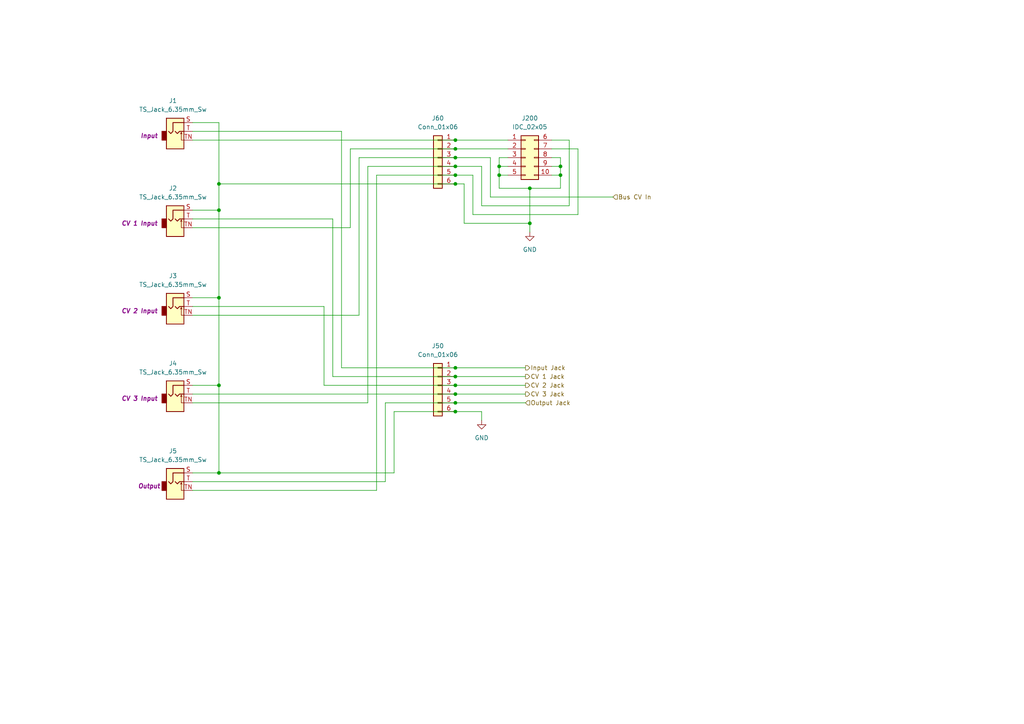
<source format=kicad_sch>
(kicad_sch (version 20231120) (generator "eeschema") (generator_version "8.0")
  (paper "A4")
  (title_block (company "DMH Instruments") (comment 1 "PCB for 10cm Kosmo format synthesizer module"))
  (lib_symbols
    (symbol "Connector_Generic:Conn_01x06" (pin_names (offset 1.016) hide)
      (property "Reference" "J" (at 0 7.62 0))
      (property "Value" "Conn_01x06" (at 0 -10.16 0))
      (symbol "Conn_01x06_1_1"
        (rectangle (start -1.27 -7.493) (end 0 -7.747) (stroke (width 0.1524)))
        (rectangle (start -1.27 -4.953) (end 0 -5.207) (stroke (width 0.1524)))
        (rectangle (start -1.27 -2.413) (end 0 -2.667) (stroke (width 0.1524)))
        (rectangle (start -1.27 0.127) (end 0 -0.127) (stroke (width 0.1524)))
        (rectangle (start -1.27 2.667) (end 0 2.413) (stroke (width 0.1524)))
        (rectangle (start -1.27 5.207) (end 0 4.953) (stroke (width 0.1524)))
        (rectangle (start -1.27 6.35) (end 1.27 -8.89) (stroke (width 0.254)) (fill (type background)))
        (pin passive line (at -5.08 5.08 0) (length 3.81) (name "Pin_1") (number "1"))
        (pin passive line (at -5.08 2.54 0) (length 3.81) (name "Pin_2") (number "2"))
        (pin passive line (at -5.08 0 0) (length 3.81) (name "Pin_3") (number "3"))
        (pin passive line (at -5.08 -2.54 0) (length 3.81) (name "Pin_4") (number "4"))
        (pin passive line (at -5.08 -5.08 0) (length 3.81) (name "Pin_5") (number "5"))
        (pin passive line (at -5.08 -7.62 0) (length 3.81) (name "Pin_6") (number "6"))
      )
    )
    (symbol "SynthStuff:BackBone_Connector_10Pin" (pin_names (offset 1.016) hide)
      (property "Reference" "J" (at 0 -10.922 0))
      (property "Value" "IDC_02x05" (at 0 -8.382 0))
      (symbol "BackBone_Connector_10Pin_1_1"
        (rectangle (start -2.54 -4.953) (end -1.27 -5.207) (stroke (width 0.1524)))
        (rectangle (start -2.54 -2.413) (end -1.27 -2.667) (stroke (width 0.1524)))
        (rectangle (start -2.54 0.127) (end -1.27 -0.127) (stroke (width 0.1524)))
        (rectangle (start -2.54 2.667) (end -1.27 2.413) (stroke (width 0.1524)))
        (rectangle (start -2.54 5.207) (end -1.27 4.953) (stroke (width 0.1524)))
        (rectangle (start -2.54 6.35) (end 2.54 -6.35) (stroke (width 0.254)) (fill (type background)))
        (rectangle (start 2.54 -4.953) (end 1.27 -5.207) (stroke (width 0.1524)))
        (rectangle (start 2.54 -2.413) (end 1.27 -2.667) (stroke (width 0.1524)))
        (rectangle (start 2.54 0.127) (end 1.27 -0.127) (stroke (width 0.1524)))
        (rectangle (start 2.54 2.667) (end 1.27 2.413) (stroke (width 0.1524)))
        (rectangle (start 2.54 5.207) (end 1.27 4.953) (stroke (width 0.1524)))
        (pin passive line (at -6.35 5.08 0) (length 3.81) (name "Pin_1") (number "1"))
        (pin passive line (at 6.35 -5.08 180) (length 3.81) (name "Pin_10") (number "10"))
        (pin passive line (at -6.35 2.54 0) (length 3.81) (name "Pin_2") (number "2"))
        (pin passive line (at -6.35 0 0) (length 3.81) (name "Pin_3") (number "3"))
        (pin passive line (at -6.35 -2.54 0) (length 3.81) (name "Pin_4") (number "4"))
        (pin passive line (at -6.35 -5.08 0) (length 3.81) (name "Pin_5") (number "5"))
        (pin passive line (at 6.35 5.08 180) (length 3.81) (name "Pin_6") (number "6"))
        (pin passive line (at 6.35 2.54 180) (length 3.81) (name "Pin_7") (number "7"))
        (pin passive line (at 6.35 0 180) (length 3.81) (name "Pin_8") (number "8"))
        (pin passive line (at 6.35 -2.54 180) (length 3.81) (name "Pin_9") (number "9"))
      )
    )
    (symbol "SynthStuff:TS_Jack_6.35mm_Sw"
      (property "Reference" "J" (at -0.635 8.89 0))
      (property "Value" "TS_Jack_6.35mm_Sw" (at -0.635 6.35 0))
      (symbol "TS_Jack_6.35mm_Sw_0_1"
        (rectangle (start -2.54 0) (end -3.81 -2.54) (stroke (width 0.254)) (fill (type outline)))
        (polyline (pts (xy 1.778 -0.254) (xy 2.032 -0.762)))
        (polyline (pts (xy 0 0) (xy 0.635 -0.635) (xy 1.27 0) (xy 2.54 0)) (stroke (width 0.254)))
        (polyline (pts (xy 2.54 -2.54) (xy 1.778 -2.54) (xy 1.778 -0.254) (xy 1.524 -0.762)))
        (polyline (pts (xy 2.54 2.54) (xy -0.635 2.54) (xy -0.635 0) (xy -1.27 -0.635) (xy -1.905 0)) (stroke (width 0.254)))
        (rectangle (start 2.54 3.81) (end -2.54 -5.08) (stroke (width 0.254)) (fill (type background)))
      )
      (symbol "TS_Jack_6.35mm_Sw_1_1"
        (pin passive line (at 5.08 2.54 180) (length 2.54) (name "~") (number "S"))
        (pin passive line (at 5.08 0 180) (length 2.54) (name "~") (number "T"))
        (pin passive line (at 5.08 -2.54 180) (length 2.54) (name "~") (number "TN"))
      )
    )
    (symbol "power:GND" (power) (pin_numbers hide) (pin_names (offset 0) hide)
      (property "Value" "GND" (at 0 -3.81 0))
      (symbol "GND_0_1"
        (polyline (pts (xy 0 0) (xy 0 -1.27) (xy 1.27 -1.27) (xy 0 -2.54) (xy -1.27 -1.27) (xy 0 -1.27)))
      )
      (symbol "GND_1_1"
        (pin power_in line (at 0 0 270) (length 0) (name "~") (number "1"))
      )
    )
  )
  (junction (at 132.08 43.18))
  (junction (at 132.08 48.26))
  (junction (at 162.56 48.26))
  (junction (at 132.08 106.68))
  (junction (at 132.08 114.3))
  (junction (at 132.08 119.38))
  (junction (at 63.5 86.36))
  (junction (at 63.5 53.34))
  (junction (at 132.08 53.34))
  (junction (at 144.78 50.8))
  (junction (at 153.67 64.77))
  (junction (at 132.08 111.76))
  (junction (at 132.08 50.8))
  (junction (at 132.08 40.64))
  (junction (at 63.5 111.76))
  (junction (at 132.08 45.72))
  (junction (at 153.67 54.61))
  (junction (at 132.08 116.84))
  (junction (at 132.08 109.22))
  (junction (at 162.56 50.8))
  (junction (at 144.78 48.26))
  (junction (at 63.5 60.96))
  (junction (at 63.5 137.16))
  (wire (pts (xy 63.5 137.16) (xy 114.3 137.16)))
  (wire (pts (xy 132.08 53.34) (xy 134.62 53.34)))
  (wire (pts (xy 165.1 59.69) (xy 165.1 40.64)))
  (wire (pts (xy 63.5 60.96) (xy 63.5 86.36)))
  (wire (pts (xy 63.5 111.76) (xy 63.5 137.16)))
  (wire (pts (xy 55.88 137.16) (xy 63.5 137.16)))
  (wire (pts (xy 101.6 43.18) (xy 101.6 66.04)))
  (wire (pts (xy 144.78 45.72) (xy 144.78 48.26)))
  (wire (pts (xy 99.06 38.1) (xy 99.06 106.68)))
  (wire (pts (xy 167.64 43.18) (xy 167.64 62.23)))
  (wire (pts (xy 144.78 54.61) (xy 153.67 54.61)))
  (wire (pts (xy 167.64 62.23) (xy 137.16 62.23)))
  (wire (pts (xy 55.88 88.9) (xy 93.98 88.9)))
  (wire (pts (xy 99.06 106.68) (xy 132.08 106.68)))
  (wire (pts (xy 93.98 111.76) (xy 132.08 111.76)))
  (wire (pts (xy 55.88 111.76) (xy 63.5 111.76)))
  (wire (pts (xy 101.6 43.18) (xy 132.08 43.18)))
  (wire (pts (xy 114.3 137.16) (xy 114.3 119.38)))
  (wire (pts (xy 55.88 91.44) (xy 104.14 91.44)))
  (wire (pts (xy 132.08 45.72) (xy 142.24 45.72)))
  (wire (pts (xy 153.67 54.61) (xy 162.56 54.61)))
  (wire (pts (xy 132.08 40.64) (xy 147.32 40.64)))
  (wire (pts (xy 55.88 86.36) (xy 63.5 86.36)))
  (wire (pts (xy 109.22 142.24) (xy 109.22 50.8)))
  (wire (pts (xy 162.56 48.26) (xy 160.02 48.26)))
  (wire (pts (xy 139.7 119.38) (xy 139.7 121.92)))
  (wire (pts (xy 63.5 86.36) (xy 63.5 111.76)))
  (wire (pts (xy 132.08 114.3) (xy 152.4 114.3)))
  (wire (pts (xy 139.7 59.69) (xy 165.1 59.69)))
  (wire (pts (xy 132.08 116.84) (xy 152.4 116.84)))
  (wire (pts (xy 139.7 59.69) (xy 139.7 48.26)))
  (wire (pts (xy 165.1 40.64) (xy 160.02 40.64)))
  (wire (pts (xy 132.08 111.76) (xy 152.4 111.76)))
  (wire (pts (xy 104.14 45.72) (xy 132.08 45.72)))
  (wire (pts (xy 162.56 50.8) (xy 162.56 48.26)))
  (wire (pts (xy 106.68 116.84) (xy 106.68 48.26)))
  (wire (pts (xy 96.52 109.22) (xy 132.08 109.22)))
  (wire (pts (xy 55.88 40.64) (xy 132.08 40.64)))
  (wire (pts (xy 132.08 119.38) (xy 139.7 119.38)))
  (wire (pts (xy 160.02 50.8) (xy 162.56 50.8)))
  (wire (pts (xy 55.88 114.3) (xy 132.08 114.3)))
  (wire (pts (xy 134.62 64.77) (xy 153.67 64.77)))
  (wire (pts (xy 96.52 63.5) (xy 96.52 109.22)))
  (wire (pts (xy 132.08 43.18) (xy 147.32 43.18)))
  (wire (pts (xy 162.56 54.61) (xy 162.56 50.8)))
  (wire (pts (xy 160.02 45.72) (xy 162.56 45.72)))
  (wire (pts (xy 111.76 139.7) (xy 111.76 116.84)))
  (wire (pts (xy 111.76 116.84) (xy 132.08 116.84)))
  (wire (pts (xy 55.88 139.7) (xy 111.76 139.7)))
  (wire (pts (xy 63.5 53.34) (xy 132.08 53.34)))
  (wire (pts (xy 142.24 45.72) (xy 142.24 57.15)))
  (wire (pts (xy 153.67 54.61) (xy 153.67 64.77)))
  (wire (pts (xy 144.78 54.61) (xy 144.78 50.8)))
  (wire (pts (xy 147.32 45.72) (xy 144.78 45.72)))
  (wire (pts (xy 63.5 35.56) (xy 63.5 53.34)))
  (wire (pts (xy 132.08 106.68) (xy 152.4 106.68)))
  (wire (pts (xy 55.88 60.96) (xy 63.5 60.96)))
  (wire (pts (xy 137.16 62.23) (xy 137.16 50.8)))
  (wire (pts (xy 137.16 50.8) (xy 132.08 50.8)))
  (wire (pts (xy 162.56 45.72) (xy 162.56 48.26)))
  (wire (pts (xy 147.32 48.26) (xy 144.78 48.26)))
  (wire (pts (xy 144.78 48.26) (xy 144.78 50.8)))
  (wire (pts (xy 153.67 64.77) (xy 153.67 67.31)))
  (wire (pts (xy 160.02 43.18) (xy 167.64 43.18)))
  (wire (pts (xy 55.88 116.84) (xy 106.68 116.84)))
  (wire (pts (xy 55.88 38.1) (xy 99.06 38.1)))
  (wire (pts (xy 114.3 119.38) (xy 132.08 119.38)))
  (wire (pts (xy 106.68 48.26) (xy 132.08 48.26)))
  (wire (pts (xy 104.14 91.44) (xy 104.14 45.72)))
  (wire (pts (xy 109.22 50.8) (xy 132.08 50.8)))
  (wire (pts (xy 144.78 50.8) (xy 147.32 50.8)))
  (wire (pts (xy 93.98 88.9) (xy 93.98 111.76)))
  (wire (pts (xy 55.88 63.5) (xy 96.52 63.5)))
  (wire (pts (xy 134.62 53.34) (xy 134.62 64.77)))
  (wire (pts (xy 55.88 142.24) (xy 109.22 142.24)))
  (wire (pts (xy 132.08 109.22) (xy 152.4 109.22)))
  (wire (pts (xy 63.5 53.34) (xy 63.5 60.96)))
  (wire (pts (xy 142.24 57.15) (xy 177.8 57.15)))
  (wire (pts (xy 132.08 48.26) (xy 139.7 48.26)))
  (wire (pts (xy 55.88 66.04) (xy 101.6 66.04)))
  (wire (pts (xy 55.88 35.56) (xy 63.5 35.56)))
  (hierarchical_label "CV 2 Jack" (shape output) (at 152.4 111.76 0))
  (hierarchical_label "Output Jack" (shape input) (at 152.4 116.84 0))
  (hierarchical_label "Bus CV In" (shape input) (at 177.8 57.15 0))
  (hierarchical_label "CV 3 Jack" (shape output) (at 152.4 114.3 0))
  (hierarchical_label "Input Jack" (shape output) (at 152.4 106.68 0))
  (hierarchical_label "CV 1 Jack" (shape output) (at 152.4 109.22 0))
  (symbol (lib_id "Connector_Generic:Conn_01x06") (at 127 45.72 0) (mirror y) (unit 1)
    (property "Reference" "J60" (at 127 34.29 0))
    (property "Value" "Conn_01x06" (at 127 36.83 0))
    (property "Footprint" "Connector_PinSocket_2.54mm:PinSocket_1x06_P2.54mm_Vertical" (effects (hide yes)))
    (property "Description" "Generic connector, single row, 01x06, script generated (kicad-library-utils/schlib/autogen/connector/)" (effects (hide yes)))
  )
  (symbol (lib_id "SynthStuff:TS_Jack_6.35mm_Sw") (at 50.8 38.1 0) (unit 1)
    (property "Reference" "J1" (at 50.165 29.21 0))
    (property "Value" "TS_Jack_6.35mm_Sw" (at 50.165 31.75 0))
    (property "Footprint" "SynthStuff:CUI_MJ-63052A" (effects (hide yes)))
    (property "Description" "Audio Jack, 2 Poles (Mono / TS), Switched T Pole (Normalling), 6.35mm, 1/4inch" (effects (hide yes)))
    (property "Function" "Input" (at 43.18 39.37 0) (effects (font (thickness 0.254) (bold yes) (italic yes))))
  )
  (symbol (lib_id "SynthStuff:TS_Jack_6.35mm_Sw") (at 50.8 139.7 0) (unit 1)
    (property "Reference" "J5" (at 50.165 130.81 0))
    (property "Value" "TS_Jack_6.35mm_Sw" (at 50.165 133.35 0))
    (property "Footprint" "SynthStuff:CUI_MJ-63052A" (effects (hide yes)))
    (property "Description" "Audio Jack, 2 Poles (Mono / TS), Switched T Pole (Normalling), 6.35mm, 1/4inch" (effects (hide yes)))
    (property "Function" "Output" (at 43.18 140.97 0) (effects (font (thickness 0.254) (bold yes) (italic yes))))
  )
  (symbol (lib_id "Connector_Generic:Conn_01x06") (at 127 111.76 0) (mirror y) (unit 1)
    (property "Reference" "J50" (at 127 100.33 0))
    (property "Value" "Conn_01x06" (at 127 102.87 0))
    (property "Description" "Generic connector, single row, 01x06, script generated (kicad-library-utils/schlib/autogen/connector/)" (effects (hide yes)))
  )
  (symbol (lib_id "SynthStuff:TS_Jack_6.35mm_Sw") (at 50.8 63.5 0) (unit 1)
    (property "Reference" "J2" (at 50.165 54.61 0))
    (property "Value" "TS_Jack_6.35mm_Sw" (at 50.165 57.15 0))
    (property "Footprint" "SynthStuff:CUI_MJ-63052A" (effects (hide yes)))
    (property "Description" "Audio Jack, 2 Poles (Mono / TS), Switched T Pole (Normalling), 6.35mm, 1/4inch" (effects (hide yes)))
    (property "Function" "CV 1 Input" (at 40.386 64.77 0) (effects (font (thickness 0.254) (bold yes) (italic yes))))
  )
  (symbol (lib_id "power:GND") (at 153.67 67.31 0) (unit 1)
    (property "Reference" "#PWR06" (effects (hide yes)))
    (property "Value" "GND" (at 153.67 72.39 0))
    (property "Description" "Power symbol creates a global label with name \"GND\" , ground" (effects (hide yes)))
  )
  (symbol (lib_id "SynthStuff:BackBone_Connector_10Pin") (at 153.67 45.72 0) (unit 1)
    (property "Reference" "J200" (at 153.67 34.29 0))
    (property "Value" "IDC_02x05" (at 153.67 36.83 0))
    (property "Footprint" "SynthStuff:IDC-Header_2x05_P2.54mm_Vertical_BackBone" (effects (hide yes)))
    (property "Description" "IDC jack, 2x5 pins, row a carries same signals as row b." (effects (hide yes)))
  )
  (symbol (lib_id "power:GND") (at 139.7 121.92 0) (unit 1)
    (property "Reference" "#PWR05" (effects (hide yes)))
    (property "Value" "GND" (at 139.7 127 0))
    (property "Description" "Power symbol creates a global label with name \"GND\" , ground" (effects (hide yes)))
  )
  (symbol (lib_id "SynthStuff:TS_Jack_6.35mm_Sw") (at 50.8 114.3 0) (unit 1)
    (property "Reference" "J4" (at 50.165 105.41 0))
    (property "Value" "TS_Jack_6.35mm_Sw" (at 50.165 107.95 0))
    (property "Footprint" "SynthStuff:CUI_MJ-63052A" (effects (hide yes)))
    (property "Description" "Audio Jack, 2 Poles (Mono / TS), Switched T Pole (Normalling), 6.35mm, 1/4inch" (effects (hide yes)))
    (property "Function" "CV 3 Input" (at 40.386 115.57 0) (effects (font (thickness 0.254) (bold yes) (italic yes))))
  )
  (symbol (lib_id "SynthStuff:TS_Jack_6.35mm_Sw") (at 50.8 88.9 0) (unit 1)
    (property "Reference" "J3" (at 50.165 80.01 0))
    (property "Value" "TS_Jack_6.35mm_Sw" (at 50.165 82.55 0))
    (property "Footprint" "SynthStuff:CUI_MJ-63052A" (effects (hide yes)))
    (property "Description" "Audio Jack, 2 Poles (Mono / TS), Switched T Pole (Normalling), 6.35mm, 1/4inch" (effects (hide yes)))
    (property "Function" "CV 2 Input" (at 40.386 90.17 0) (effects (font (thickness 0.254) (bold yes) (italic yes))))
  )
)
</source>
